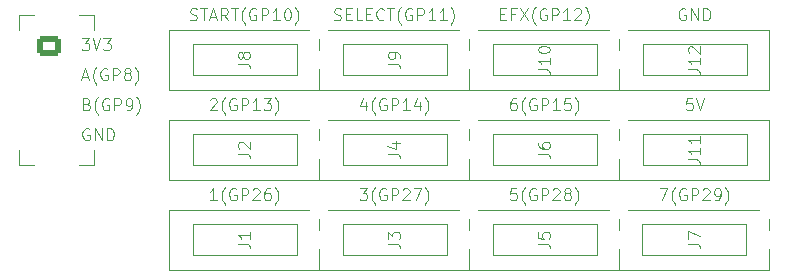
<source format=gto>
G04 #@! TF.GenerationSoftware,KiCad,Pcbnew,8.0.2*
G04 #@! TF.CreationDate,2024-06-05T08:55:07+09:00*
G04 #@! TF.ProjectId,rainbow2v5-rp2040,7261696e-626f-4773-9276-352d72703230,rev?*
G04 #@! TF.SameCoordinates,Original*
G04 #@! TF.FileFunction,Legend,Top*
G04 #@! TF.FilePolarity,Positive*
%FSLAX46Y46*%
G04 Gerber Fmt 4.6, Leading zero omitted, Abs format (unit mm)*
G04 Created by KiCad (PCBNEW 8.0.2) date 2024-06-05 08:55:07*
%MOMM*%
%LPD*%
G01*
G04 APERTURE LIST*
G04 Aperture macros list*
%AMRoundRect*
0 Rectangle with rounded corners*
0 $1 Rounding radius*
0 $2 $3 $4 $5 $6 $7 $8 $9 X,Y pos of 4 corners*
0 Add a 4 corners polygon primitive as box body*
4,1,4,$2,$3,$4,$5,$6,$7,$8,$9,$2,$3,0*
0 Add four circle primitives for the rounded corners*
1,1,$1+$1,$2,$3*
1,1,$1+$1,$4,$5*
1,1,$1+$1,$6,$7*
1,1,$1+$1,$8,$9*
0 Add four rect primitives between the rounded corners*
20,1,$1+$1,$2,$3,$4,$5,0*
20,1,$1+$1,$4,$5,$6,$7,0*
20,1,$1+$1,$6,$7,$8,$9,0*
20,1,$1+$1,$8,$9,$2,$3,0*%
G04 Aperture macros list end*
%ADD10C,0.100000*%
%ADD11C,4.700000*%
%ADD12C,7.500000*%
%ADD13O,3.000000X2.000000*%
%ADD14RoundRect,0.250000X-0.725000X0.600000X-0.725000X-0.600000X0.725000X-0.600000X0.725000X0.600000X0*%
%ADD15O,1.950000X1.700000*%
%ADD16R,1.600000X1.600000*%
%ADD17O,1.600000X1.600000*%
G04 APERTURE END LIST*
D10*
X63500000Y-44450000D02*
X63500000Y-45720000D01*
X88900000Y-45720000D02*
X101600000Y-45720000D01*
X101600000Y-50800000D01*
X88900000Y-50800000D01*
X88900000Y-45720000D01*
X69850000Y-44450000D02*
X69850000Y-45720000D01*
X114300000Y-45720000D02*
X127000000Y-45720000D01*
X127000000Y-50800000D01*
X114300000Y-50800000D01*
X114300000Y-45720000D01*
X88900000Y-60960000D02*
X101600000Y-60960000D01*
X101600000Y-66040000D01*
X88900000Y-66040000D01*
X88900000Y-60960000D01*
X64770000Y-44450000D02*
X63500000Y-44450000D01*
X63500000Y-57150000D02*
X64770000Y-57150000D01*
X101600000Y-53340000D02*
X114300000Y-53340000D01*
X114300000Y-58420000D01*
X101600000Y-58420000D01*
X101600000Y-53340000D01*
X69850000Y-57150000D02*
X69850000Y-55880000D01*
X76200000Y-60960000D02*
X88900000Y-60960000D01*
X88900000Y-66040000D01*
X76200000Y-66040000D01*
X76200000Y-60960000D01*
X114300000Y-60960000D02*
X127000000Y-60960000D01*
X127000000Y-66040000D01*
X114300000Y-66040000D01*
X114300000Y-60960000D01*
X68580000Y-57150000D02*
X69850000Y-57150000D01*
X76200000Y-53340000D02*
X88900000Y-53340000D01*
X88900000Y-58420000D01*
X76200000Y-58420000D01*
X76200000Y-53340000D01*
X68580000Y-44450000D02*
X69850000Y-44450000D01*
X76200000Y-45720000D02*
X88900000Y-45720000D01*
X88900000Y-50800000D01*
X76200000Y-50800000D01*
X76200000Y-45720000D01*
X101600000Y-60960000D02*
X114300000Y-60960000D01*
X114300000Y-66040000D01*
X101600000Y-66040000D01*
X101600000Y-60960000D01*
X114300000Y-53340000D02*
X127000000Y-53340000D01*
X127000000Y-58420000D01*
X114300000Y-58420000D01*
X114300000Y-53340000D01*
X88900000Y-53340000D02*
X101600000Y-53340000D01*
X101600000Y-58420000D01*
X88900000Y-58420000D01*
X88900000Y-53340000D01*
X63500000Y-55880000D02*
X63500000Y-57150000D01*
X101600000Y-45720000D02*
X114300000Y-45720000D01*
X114300000Y-50800000D01*
X101600000Y-50800000D01*
X101600000Y-45720000D01*
X92297619Y-59147419D02*
X92916666Y-59147419D01*
X92916666Y-59147419D02*
X92583333Y-59528371D01*
X92583333Y-59528371D02*
X92726190Y-59528371D01*
X92726190Y-59528371D02*
X92821428Y-59575990D01*
X92821428Y-59575990D02*
X92869047Y-59623609D01*
X92869047Y-59623609D02*
X92916666Y-59718847D01*
X92916666Y-59718847D02*
X92916666Y-59956942D01*
X92916666Y-59956942D02*
X92869047Y-60052180D01*
X92869047Y-60052180D02*
X92821428Y-60099800D01*
X92821428Y-60099800D02*
X92726190Y-60147419D01*
X92726190Y-60147419D02*
X92440476Y-60147419D01*
X92440476Y-60147419D02*
X92345238Y-60099800D01*
X92345238Y-60099800D02*
X92297619Y-60052180D01*
X93630952Y-60528371D02*
X93583333Y-60480752D01*
X93583333Y-60480752D02*
X93488095Y-60337895D01*
X93488095Y-60337895D02*
X93440476Y-60242657D01*
X93440476Y-60242657D02*
X93392857Y-60099800D01*
X93392857Y-60099800D02*
X93345238Y-59861704D01*
X93345238Y-59861704D02*
X93345238Y-59671228D01*
X93345238Y-59671228D02*
X93392857Y-59433133D01*
X93392857Y-59433133D02*
X93440476Y-59290276D01*
X93440476Y-59290276D02*
X93488095Y-59195038D01*
X93488095Y-59195038D02*
X93583333Y-59052180D01*
X93583333Y-59052180D02*
X93630952Y-59004561D01*
X94535714Y-59195038D02*
X94440476Y-59147419D01*
X94440476Y-59147419D02*
X94297619Y-59147419D01*
X94297619Y-59147419D02*
X94154762Y-59195038D01*
X94154762Y-59195038D02*
X94059524Y-59290276D01*
X94059524Y-59290276D02*
X94011905Y-59385514D01*
X94011905Y-59385514D02*
X93964286Y-59575990D01*
X93964286Y-59575990D02*
X93964286Y-59718847D01*
X93964286Y-59718847D02*
X94011905Y-59909323D01*
X94011905Y-59909323D02*
X94059524Y-60004561D01*
X94059524Y-60004561D02*
X94154762Y-60099800D01*
X94154762Y-60099800D02*
X94297619Y-60147419D01*
X94297619Y-60147419D02*
X94392857Y-60147419D01*
X94392857Y-60147419D02*
X94535714Y-60099800D01*
X94535714Y-60099800D02*
X94583333Y-60052180D01*
X94583333Y-60052180D02*
X94583333Y-59718847D01*
X94583333Y-59718847D02*
X94392857Y-59718847D01*
X95011905Y-60147419D02*
X95011905Y-59147419D01*
X95011905Y-59147419D02*
X95392857Y-59147419D01*
X95392857Y-59147419D02*
X95488095Y-59195038D01*
X95488095Y-59195038D02*
X95535714Y-59242657D01*
X95535714Y-59242657D02*
X95583333Y-59337895D01*
X95583333Y-59337895D02*
X95583333Y-59480752D01*
X95583333Y-59480752D02*
X95535714Y-59575990D01*
X95535714Y-59575990D02*
X95488095Y-59623609D01*
X95488095Y-59623609D02*
X95392857Y-59671228D01*
X95392857Y-59671228D02*
X95011905Y-59671228D01*
X95964286Y-59242657D02*
X96011905Y-59195038D01*
X96011905Y-59195038D02*
X96107143Y-59147419D01*
X96107143Y-59147419D02*
X96345238Y-59147419D01*
X96345238Y-59147419D02*
X96440476Y-59195038D01*
X96440476Y-59195038D02*
X96488095Y-59242657D01*
X96488095Y-59242657D02*
X96535714Y-59337895D01*
X96535714Y-59337895D02*
X96535714Y-59433133D01*
X96535714Y-59433133D02*
X96488095Y-59575990D01*
X96488095Y-59575990D02*
X95916667Y-60147419D01*
X95916667Y-60147419D02*
X96535714Y-60147419D01*
X96869048Y-59147419D02*
X97535714Y-59147419D01*
X97535714Y-59147419D02*
X97107143Y-60147419D01*
X97821429Y-60528371D02*
X97869048Y-60480752D01*
X97869048Y-60480752D02*
X97964286Y-60337895D01*
X97964286Y-60337895D02*
X98011905Y-60242657D01*
X98011905Y-60242657D02*
X98059524Y-60099800D01*
X98059524Y-60099800D02*
X98107143Y-59861704D01*
X98107143Y-59861704D02*
X98107143Y-59671228D01*
X98107143Y-59671228D02*
X98059524Y-59433133D01*
X98059524Y-59433133D02*
X98011905Y-59290276D01*
X98011905Y-59290276D02*
X97964286Y-59195038D01*
X97964286Y-59195038D02*
X97869048Y-59052180D01*
X97869048Y-59052180D02*
X97821429Y-59004561D01*
X92821428Y-51860752D02*
X92821428Y-52527419D01*
X92583333Y-51479800D02*
X92345238Y-52194085D01*
X92345238Y-52194085D02*
X92964285Y-52194085D01*
X93630952Y-52908371D02*
X93583333Y-52860752D01*
X93583333Y-52860752D02*
X93488095Y-52717895D01*
X93488095Y-52717895D02*
X93440476Y-52622657D01*
X93440476Y-52622657D02*
X93392857Y-52479800D01*
X93392857Y-52479800D02*
X93345238Y-52241704D01*
X93345238Y-52241704D02*
X93345238Y-52051228D01*
X93345238Y-52051228D02*
X93392857Y-51813133D01*
X93392857Y-51813133D02*
X93440476Y-51670276D01*
X93440476Y-51670276D02*
X93488095Y-51575038D01*
X93488095Y-51575038D02*
X93583333Y-51432180D01*
X93583333Y-51432180D02*
X93630952Y-51384561D01*
X94535714Y-51575038D02*
X94440476Y-51527419D01*
X94440476Y-51527419D02*
X94297619Y-51527419D01*
X94297619Y-51527419D02*
X94154762Y-51575038D01*
X94154762Y-51575038D02*
X94059524Y-51670276D01*
X94059524Y-51670276D02*
X94011905Y-51765514D01*
X94011905Y-51765514D02*
X93964286Y-51955990D01*
X93964286Y-51955990D02*
X93964286Y-52098847D01*
X93964286Y-52098847D02*
X94011905Y-52289323D01*
X94011905Y-52289323D02*
X94059524Y-52384561D01*
X94059524Y-52384561D02*
X94154762Y-52479800D01*
X94154762Y-52479800D02*
X94297619Y-52527419D01*
X94297619Y-52527419D02*
X94392857Y-52527419D01*
X94392857Y-52527419D02*
X94535714Y-52479800D01*
X94535714Y-52479800D02*
X94583333Y-52432180D01*
X94583333Y-52432180D02*
X94583333Y-52098847D01*
X94583333Y-52098847D02*
X94392857Y-52098847D01*
X95011905Y-52527419D02*
X95011905Y-51527419D01*
X95011905Y-51527419D02*
X95392857Y-51527419D01*
X95392857Y-51527419D02*
X95488095Y-51575038D01*
X95488095Y-51575038D02*
X95535714Y-51622657D01*
X95535714Y-51622657D02*
X95583333Y-51717895D01*
X95583333Y-51717895D02*
X95583333Y-51860752D01*
X95583333Y-51860752D02*
X95535714Y-51955990D01*
X95535714Y-51955990D02*
X95488095Y-52003609D01*
X95488095Y-52003609D02*
X95392857Y-52051228D01*
X95392857Y-52051228D02*
X95011905Y-52051228D01*
X96535714Y-52527419D02*
X95964286Y-52527419D01*
X96250000Y-52527419D02*
X96250000Y-51527419D01*
X96250000Y-51527419D02*
X96154762Y-51670276D01*
X96154762Y-51670276D02*
X96059524Y-51765514D01*
X96059524Y-51765514D02*
X95964286Y-51813133D01*
X97392857Y-51860752D02*
X97392857Y-52527419D01*
X97154762Y-51479800D02*
X96916667Y-52194085D01*
X96916667Y-52194085D02*
X97535714Y-52194085D01*
X97821429Y-52908371D02*
X97869048Y-52860752D01*
X97869048Y-52860752D02*
X97964286Y-52717895D01*
X97964286Y-52717895D02*
X98011905Y-52622657D01*
X98011905Y-52622657D02*
X98059524Y-52479800D01*
X98059524Y-52479800D02*
X98107143Y-52241704D01*
X98107143Y-52241704D02*
X98107143Y-52051228D01*
X98107143Y-52051228D02*
X98059524Y-51813133D01*
X98059524Y-51813133D02*
X98011905Y-51670276D01*
X98011905Y-51670276D02*
X97964286Y-51575038D01*
X97964286Y-51575038D02*
X97869048Y-51432180D01*
X97869048Y-51432180D02*
X97821429Y-51384561D01*
X119888095Y-43955038D02*
X119792857Y-43907419D01*
X119792857Y-43907419D02*
X119650000Y-43907419D01*
X119650000Y-43907419D02*
X119507143Y-43955038D01*
X119507143Y-43955038D02*
X119411905Y-44050276D01*
X119411905Y-44050276D02*
X119364286Y-44145514D01*
X119364286Y-44145514D02*
X119316667Y-44335990D01*
X119316667Y-44335990D02*
X119316667Y-44478847D01*
X119316667Y-44478847D02*
X119364286Y-44669323D01*
X119364286Y-44669323D02*
X119411905Y-44764561D01*
X119411905Y-44764561D02*
X119507143Y-44859800D01*
X119507143Y-44859800D02*
X119650000Y-44907419D01*
X119650000Y-44907419D02*
X119745238Y-44907419D01*
X119745238Y-44907419D02*
X119888095Y-44859800D01*
X119888095Y-44859800D02*
X119935714Y-44812180D01*
X119935714Y-44812180D02*
X119935714Y-44478847D01*
X119935714Y-44478847D02*
X119745238Y-44478847D01*
X120364286Y-44907419D02*
X120364286Y-43907419D01*
X120364286Y-43907419D02*
X120935714Y-44907419D01*
X120935714Y-44907419D02*
X120935714Y-43907419D01*
X121411905Y-44907419D02*
X121411905Y-43907419D01*
X121411905Y-43907419D02*
X121650000Y-43907419D01*
X121650000Y-43907419D02*
X121792857Y-43955038D01*
X121792857Y-43955038D02*
X121888095Y-44050276D01*
X121888095Y-44050276D02*
X121935714Y-44145514D01*
X121935714Y-44145514D02*
X121983333Y-44335990D01*
X121983333Y-44335990D02*
X121983333Y-44478847D01*
X121983333Y-44478847D02*
X121935714Y-44669323D01*
X121935714Y-44669323D02*
X121888095Y-44764561D01*
X121888095Y-44764561D02*
X121792857Y-44859800D01*
X121792857Y-44859800D02*
X121650000Y-44907419D01*
X121650000Y-44907419D02*
X121411905Y-44907419D01*
X117697619Y-59147419D02*
X118364285Y-59147419D01*
X118364285Y-59147419D02*
X117935714Y-60147419D01*
X119030952Y-60528371D02*
X118983333Y-60480752D01*
X118983333Y-60480752D02*
X118888095Y-60337895D01*
X118888095Y-60337895D02*
X118840476Y-60242657D01*
X118840476Y-60242657D02*
X118792857Y-60099800D01*
X118792857Y-60099800D02*
X118745238Y-59861704D01*
X118745238Y-59861704D02*
X118745238Y-59671228D01*
X118745238Y-59671228D02*
X118792857Y-59433133D01*
X118792857Y-59433133D02*
X118840476Y-59290276D01*
X118840476Y-59290276D02*
X118888095Y-59195038D01*
X118888095Y-59195038D02*
X118983333Y-59052180D01*
X118983333Y-59052180D02*
X119030952Y-59004561D01*
X119935714Y-59195038D02*
X119840476Y-59147419D01*
X119840476Y-59147419D02*
X119697619Y-59147419D01*
X119697619Y-59147419D02*
X119554762Y-59195038D01*
X119554762Y-59195038D02*
X119459524Y-59290276D01*
X119459524Y-59290276D02*
X119411905Y-59385514D01*
X119411905Y-59385514D02*
X119364286Y-59575990D01*
X119364286Y-59575990D02*
X119364286Y-59718847D01*
X119364286Y-59718847D02*
X119411905Y-59909323D01*
X119411905Y-59909323D02*
X119459524Y-60004561D01*
X119459524Y-60004561D02*
X119554762Y-60099800D01*
X119554762Y-60099800D02*
X119697619Y-60147419D01*
X119697619Y-60147419D02*
X119792857Y-60147419D01*
X119792857Y-60147419D02*
X119935714Y-60099800D01*
X119935714Y-60099800D02*
X119983333Y-60052180D01*
X119983333Y-60052180D02*
X119983333Y-59718847D01*
X119983333Y-59718847D02*
X119792857Y-59718847D01*
X120411905Y-60147419D02*
X120411905Y-59147419D01*
X120411905Y-59147419D02*
X120792857Y-59147419D01*
X120792857Y-59147419D02*
X120888095Y-59195038D01*
X120888095Y-59195038D02*
X120935714Y-59242657D01*
X120935714Y-59242657D02*
X120983333Y-59337895D01*
X120983333Y-59337895D02*
X120983333Y-59480752D01*
X120983333Y-59480752D02*
X120935714Y-59575990D01*
X120935714Y-59575990D02*
X120888095Y-59623609D01*
X120888095Y-59623609D02*
X120792857Y-59671228D01*
X120792857Y-59671228D02*
X120411905Y-59671228D01*
X121364286Y-59242657D02*
X121411905Y-59195038D01*
X121411905Y-59195038D02*
X121507143Y-59147419D01*
X121507143Y-59147419D02*
X121745238Y-59147419D01*
X121745238Y-59147419D02*
X121840476Y-59195038D01*
X121840476Y-59195038D02*
X121888095Y-59242657D01*
X121888095Y-59242657D02*
X121935714Y-59337895D01*
X121935714Y-59337895D02*
X121935714Y-59433133D01*
X121935714Y-59433133D02*
X121888095Y-59575990D01*
X121888095Y-59575990D02*
X121316667Y-60147419D01*
X121316667Y-60147419D02*
X121935714Y-60147419D01*
X122411905Y-60147419D02*
X122602381Y-60147419D01*
X122602381Y-60147419D02*
X122697619Y-60099800D01*
X122697619Y-60099800D02*
X122745238Y-60052180D01*
X122745238Y-60052180D02*
X122840476Y-59909323D01*
X122840476Y-59909323D02*
X122888095Y-59718847D01*
X122888095Y-59718847D02*
X122888095Y-59337895D01*
X122888095Y-59337895D02*
X122840476Y-59242657D01*
X122840476Y-59242657D02*
X122792857Y-59195038D01*
X122792857Y-59195038D02*
X122697619Y-59147419D01*
X122697619Y-59147419D02*
X122507143Y-59147419D01*
X122507143Y-59147419D02*
X122411905Y-59195038D01*
X122411905Y-59195038D02*
X122364286Y-59242657D01*
X122364286Y-59242657D02*
X122316667Y-59337895D01*
X122316667Y-59337895D02*
X122316667Y-59575990D01*
X122316667Y-59575990D02*
X122364286Y-59671228D01*
X122364286Y-59671228D02*
X122411905Y-59718847D01*
X122411905Y-59718847D02*
X122507143Y-59766466D01*
X122507143Y-59766466D02*
X122697619Y-59766466D01*
X122697619Y-59766466D02*
X122792857Y-59718847D01*
X122792857Y-59718847D02*
X122840476Y-59671228D01*
X122840476Y-59671228D02*
X122888095Y-59575990D01*
X123221429Y-60528371D02*
X123269048Y-60480752D01*
X123269048Y-60480752D02*
X123364286Y-60337895D01*
X123364286Y-60337895D02*
X123411905Y-60242657D01*
X123411905Y-60242657D02*
X123459524Y-60099800D01*
X123459524Y-60099800D02*
X123507143Y-59861704D01*
X123507143Y-59861704D02*
X123507143Y-59671228D01*
X123507143Y-59671228D02*
X123459524Y-59433133D01*
X123459524Y-59433133D02*
X123411905Y-59290276D01*
X123411905Y-59290276D02*
X123364286Y-59195038D01*
X123364286Y-59195038D02*
X123269048Y-59052180D01*
X123269048Y-59052180D02*
X123221429Y-59004561D01*
X105521428Y-51527419D02*
X105330952Y-51527419D01*
X105330952Y-51527419D02*
X105235714Y-51575038D01*
X105235714Y-51575038D02*
X105188095Y-51622657D01*
X105188095Y-51622657D02*
X105092857Y-51765514D01*
X105092857Y-51765514D02*
X105045238Y-51955990D01*
X105045238Y-51955990D02*
X105045238Y-52336942D01*
X105045238Y-52336942D02*
X105092857Y-52432180D01*
X105092857Y-52432180D02*
X105140476Y-52479800D01*
X105140476Y-52479800D02*
X105235714Y-52527419D01*
X105235714Y-52527419D02*
X105426190Y-52527419D01*
X105426190Y-52527419D02*
X105521428Y-52479800D01*
X105521428Y-52479800D02*
X105569047Y-52432180D01*
X105569047Y-52432180D02*
X105616666Y-52336942D01*
X105616666Y-52336942D02*
X105616666Y-52098847D01*
X105616666Y-52098847D02*
X105569047Y-52003609D01*
X105569047Y-52003609D02*
X105521428Y-51955990D01*
X105521428Y-51955990D02*
X105426190Y-51908371D01*
X105426190Y-51908371D02*
X105235714Y-51908371D01*
X105235714Y-51908371D02*
X105140476Y-51955990D01*
X105140476Y-51955990D02*
X105092857Y-52003609D01*
X105092857Y-52003609D02*
X105045238Y-52098847D01*
X106330952Y-52908371D02*
X106283333Y-52860752D01*
X106283333Y-52860752D02*
X106188095Y-52717895D01*
X106188095Y-52717895D02*
X106140476Y-52622657D01*
X106140476Y-52622657D02*
X106092857Y-52479800D01*
X106092857Y-52479800D02*
X106045238Y-52241704D01*
X106045238Y-52241704D02*
X106045238Y-52051228D01*
X106045238Y-52051228D02*
X106092857Y-51813133D01*
X106092857Y-51813133D02*
X106140476Y-51670276D01*
X106140476Y-51670276D02*
X106188095Y-51575038D01*
X106188095Y-51575038D02*
X106283333Y-51432180D01*
X106283333Y-51432180D02*
X106330952Y-51384561D01*
X107235714Y-51575038D02*
X107140476Y-51527419D01*
X107140476Y-51527419D02*
X106997619Y-51527419D01*
X106997619Y-51527419D02*
X106854762Y-51575038D01*
X106854762Y-51575038D02*
X106759524Y-51670276D01*
X106759524Y-51670276D02*
X106711905Y-51765514D01*
X106711905Y-51765514D02*
X106664286Y-51955990D01*
X106664286Y-51955990D02*
X106664286Y-52098847D01*
X106664286Y-52098847D02*
X106711905Y-52289323D01*
X106711905Y-52289323D02*
X106759524Y-52384561D01*
X106759524Y-52384561D02*
X106854762Y-52479800D01*
X106854762Y-52479800D02*
X106997619Y-52527419D01*
X106997619Y-52527419D02*
X107092857Y-52527419D01*
X107092857Y-52527419D02*
X107235714Y-52479800D01*
X107235714Y-52479800D02*
X107283333Y-52432180D01*
X107283333Y-52432180D02*
X107283333Y-52098847D01*
X107283333Y-52098847D02*
X107092857Y-52098847D01*
X107711905Y-52527419D02*
X107711905Y-51527419D01*
X107711905Y-51527419D02*
X108092857Y-51527419D01*
X108092857Y-51527419D02*
X108188095Y-51575038D01*
X108188095Y-51575038D02*
X108235714Y-51622657D01*
X108235714Y-51622657D02*
X108283333Y-51717895D01*
X108283333Y-51717895D02*
X108283333Y-51860752D01*
X108283333Y-51860752D02*
X108235714Y-51955990D01*
X108235714Y-51955990D02*
X108188095Y-52003609D01*
X108188095Y-52003609D02*
X108092857Y-52051228D01*
X108092857Y-52051228D02*
X107711905Y-52051228D01*
X109235714Y-52527419D02*
X108664286Y-52527419D01*
X108950000Y-52527419D02*
X108950000Y-51527419D01*
X108950000Y-51527419D02*
X108854762Y-51670276D01*
X108854762Y-51670276D02*
X108759524Y-51765514D01*
X108759524Y-51765514D02*
X108664286Y-51813133D01*
X110140476Y-51527419D02*
X109664286Y-51527419D01*
X109664286Y-51527419D02*
X109616667Y-52003609D01*
X109616667Y-52003609D02*
X109664286Y-51955990D01*
X109664286Y-51955990D02*
X109759524Y-51908371D01*
X109759524Y-51908371D02*
X109997619Y-51908371D01*
X109997619Y-51908371D02*
X110092857Y-51955990D01*
X110092857Y-51955990D02*
X110140476Y-52003609D01*
X110140476Y-52003609D02*
X110188095Y-52098847D01*
X110188095Y-52098847D02*
X110188095Y-52336942D01*
X110188095Y-52336942D02*
X110140476Y-52432180D01*
X110140476Y-52432180D02*
X110092857Y-52479800D01*
X110092857Y-52479800D02*
X109997619Y-52527419D01*
X109997619Y-52527419D02*
X109759524Y-52527419D01*
X109759524Y-52527419D02*
X109664286Y-52479800D01*
X109664286Y-52479800D02*
X109616667Y-52432180D01*
X110521429Y-52908371D02*
X110569048Y-52860752D01*
X110569048Y-52860752D02*
X110664286Y-52717895D01*
X110664286Y-52717895D02*
X110711905Y-52622657D01*
X110711905Y-52622657D02*
X110759524Y-52479800D01*
X110759524Y-52479800D02*
X110807143Y-52241704D01*
X110807143Y-52241704D02*
X110807143Y-52051228D01*
X110807143Y-52051228D02*
X110759524Y-51813133D01*
X110759524Y-51813133D02*
X110711905Y-51670276D01*
X110711905Y-51670276D02*
X110664286Y-51575038D01*
X110664286Y-51575038D02*
X110569048Y-51432180D01*
X110569048Y-51432180D02*
X110521429Y-51384561D01*
X79645238Y-51622657D02*
X79692857Y-51575038D01*
X79692857Y-51575038D02*
X79788095Y-51527419D01*
X79788095Y-51527419D02*
X80026190Y-51527419D01*
X80026190Y-51527419D02*
X80121428Y-51575038D01*
X80121428Y-51575038D02*
X80169047Y-51622657D01*
X80169047Y-51622657D02*
X80216666Y-51717895D01*
X80216666Y-51717895D02*
X80216666Y-51813133D01*
X80216666Y-51813133D02*
X80169047Y-51955990D01*
X80169047Y-51955990D02*
X79597619Y-52527419D01*
X79597619Y-52527419D02*
X80216666Y-52527419D01*
X80930952Y-52908371D02*
X80883333Y-52860752D01*
X80883333Y-52860752D02*
X80788095Y-52717895D01*
X80788095Y-52717895D02*
X80740476Y-52622657D01*
X80740476Y-52622657D02*
X80692857Y-52479800D01*
X80692857Y-52479800D02*
X80645238Y-52241704D01*
X80645238Y-52241704D02*
X80645238Y-52051228D01*
X80645238Y-52051228D02*
X80692857Y-51813133D01*
X80692857Y-51813133D02*
X80740476Y-51670276D01*
X80740476Y-51670276D02*
X80788095Y-51575038D01*
X80788095Y-51575038D02*
X80883333Y-51432180D01*
X80883333Y-51432180D02*
X80930952Y-51384561D01*
X81835714Y-51575038D02*
X81740476Y-51527419D01*
X81740476Y-51527419D02*
X81597619Y-51527419D01*
X81597619Y-51527419D02*
X81454762Y-51575038D01*
X81454762Y-51575038D02*
X81359524Y-51670276D01*
X81359524Y-51670276D02*
X81311905Y-51765514D01*
X81311905Y-51765514D02*
X81264286Y-51955990D01*
X81264286Y-51955990D02*
X81264286Y-52098847D01*
X81264286Y-52098847D02*
X81311905Y-52289323D01*
X81311905Y-52289323D02*
X81359524Y-52384561D01*
X81359524Y-52384561D02*
X81454762Y-52479800D01*
X81454762Y-52479800D02*
X81597619Y-52527419D01*
X81597619Y-52527419D02*
X81692857Y-52527419D01*
X81692857Y-52527419D02*
X81835714Y-52479800D01*
X81835714Y-52479800D02*
X81883333Y-52432180D01*
X81883333Y-52432180D02*
X81883333Y-52098847D01*
X81883333Y-52098847D02*
X81692857Y-52098847D01*
X82311905Y-52527419D02*
X82311905Y-51527419D01*
X82311905Y-51527419D02*
X82692857Y-51527419D01*
X82692857Y-51527419D02*
X82788095Y-51575038D01*
X82788095Y-51575038D02*
X82835714Y-51622657D01*
X82835714Y-51622657D02*
X82883333Y-51717895D01*
X82883333Y-51717895D02*
X82883333Y-51860752D01*
X82883333Y-51860752D02*
X82835714Y-51955990D01*
X82835714Y-51955990D02*
X82788095Y-52003609D01*
X82788095Y-52003609D02*
X82692857Y-52051228D01*
X82692857Y-52051228D02*
X82311905Y-52051228D01*
X83835714Y-52527419D02*
X83264286Y-52527419D01*
X83550000Y-52527419D02*
X83550000Y-51527419D01*
X83550000Y-51527419D02*
X83454762Y-51670276D01*
X83454762Y-51670276D02*
X83359524Y-51765514D01*
X83359524Y-51765514D02*
X83264286Y-51813133D01*
X84169048Y-51527419D02*
X84788095Y-51527419D01*
X84788095Y-51527419D02*
X84454762Y-51908371D01*
X84454762Y-51908371D02*
X84597619Y-51908371D01*
X84597619Y-51908371D02*
X84692857Y-51955990D01*
X84692857Y-51955990D02*
X84740476Y-52003609D01*
X84740476Y-52003609D02*
X84788095Y-52098847D01*
X84788095Y-52098847D02*
X84788095Y-52336942D01*
X84788095Y-52336942D02*
X84740476Y-52432180D01*
X84740476Y-52432180D02*
X84692857Y-52479800D01*
X84692857Y-52479800D02*
X84597619Y-52527419D01*
X84597619Y-52527419D02*
X84311905Y-52527419D01*
X84311905Y-52527419D02*
X84216667Y-52479800D01*
X84216667Y-52479800D02*
X84169048Y-52432180D01*
X85121429Y-52908371D02*
X85169048Y-52860752D01*
X85169048Y-52860752D02*
X85264286Y-52717895D01*
X85264286Y-52717895D02*
X85311905Y-52622657D01*
X85311905Y-52622657D02*
X85359524Y-52479800D01*
X85359524Y-52479800D02*
X85407143Y-52241704D01*
X85407143Y-52241704D02*
X85407143Y-52051228D01*
X85407143Y-52051228D02*
X85359524Y-51813133D01*
X85359524Y-51813133D02*
X85311905Y-51670276D01*
X85311905Y-51670276D02*
X85264286Y-51575038D01*
X85264286Y-51575038D02*
X85169048Y-51432180D01*
X85169048Y-51432180D02*
X85121429Y-51384561D01*
X69217217Y-52003609D02*
X69360074Y-52051228D01*
X69360074Y-52051228D02*
X69407693Y-52098847D01*
X69407693Y-52098847D02*
X69455312Y-52194085D01*
X69455312Y-52194085D02*
X69455312Y-52336942D01*
X69455312Y-52336942D02*
X69407693Y-52432180D01*
X69407693Y-52432180D02*
X69360074Y-52479800D01*
X69360074Y-52479800D02*
X69264836Y-52527419D01*
X69264836Y-52527419D02*
X68883884Y-52527419D01*
X68883884Y-52527419D02*
X68883884Y-51527419D01*
X68883884Y-51527419D02*
X69217217Y-51527419D01*
X69217217Y-51527419D02*
X69312455Y-51575038D01*
X69312455Y-51575038D02*
X69360074Y-51622657D01*
X69360074Y-51622657D02*
X69407693Y-51717895D01*
X69407693Y-51717895D02*
X69407693Y-51813133D01*
X69407693Y-51813133D02*
X69360074Y-51908371D01*
X69360074Y-51908371D02*
X69312455Y-51955990D01*
X69312455Y-51955990D02*
X69217217Y-52003609D01*
X69217217Y-52003609D02*
X68883884Y-52003609D01*
X70169598Y-52908371D02*
X70121979Y-52860752D01*
X70121979Y-52860752D02*
X70026741Y-52717895D01*
X70026741Y-52717895D02*
X69979122Y-52622657D01*
X69979122Y-52622657D02*
X69931503Y-52479800D01*
X69931503Y-52479800D02*
X69883884Y-52241704D01*
X69883884Y-52241704D02*
X69883884Y-52051228D01*
X69883884Y-52051228D02*
X69931503Y-51813133D01*
X69931503Y-51813133D02*
X69979122Y-51670276D01*
X69979122Y-51670276D02*
X70026741Y-51575038D01*
X70026741Y-51575038D02*
X70121979Y-51432180D01*
X70121979Y-51432180D02*
X70169598Y-51384561D01*
X71074360Y-51575038D02*
X70979122Y-51527419D01*
X70979122Y-51527419D02*
X70836265Y-51527419D01*
X70836265Y-51527419D02*
X70693408Y-51575038D01*
X70693408Y-51575038D02*
X70598170Y-51670276D01*
X70598170Y-51670276D02*
X70550551Y-51765514D01*
X70550551Y-51765514D02*
X70502932Y-51955990D01*
X70502932Y-51955990D02*
X70502932Y-52098847D01*
X70502932Y-52098847D02*
X70550551Y-52289323D01*
X70550551Y-52289323D02*
X70598170Y-52384561D01*
X70598170Y-52384561D02*
X70693408Y-52479800D01*
X70693408Y-52479800D02*
X70836265Y-52527419D01*
X70836265Y-52527419D02*
X70931503Y-52527419D01*
X70931503Y-52527419D02*
X71074360Y-52479800D01*
X71074360Y-52479800D02*
X71121979Y-52432180D01*
X71121979Y-52432180D02*
X71121979Y-52098847D01*
X71121979Y-52098847D02*
X70931503Y-52098847D01*
X71550551Y-52527419D02*
X71550551Y-51527419D01*
X71550551Y-51527419D02*
X71931503Y-51527419D01*
X71931503Y-51527419D02*
X72026741Y-51575038D01*
X72026741Y-51575038D02*
X72074360Y-51622657D01*
X72074360Y-51622657D02*
X72121979Y-51717895D01*
X72121979Y-51717895D02*
X72121979Y-51860752D01*
X72121979Y-51860752D02*
X72074360Y-51955990D01*
X72074360Y-51955990D02*
X72026741Y-52003609D01*
X72026741Y-52003609D02*
X71931503Y-52051228D01*
X71931503Y-52051228D02*
X71550551Y-52051228D01*
X72598170Y-52527419D02*
X72788646Y-52527419D01*
X72788646Y-52527419D02*
X72883884Y-52479800D01*
X72883884Y-52479800D02*
X72931503Y-52432180D01*
X72931503Y-52432180D02*
X73026741Y-52289323D01*
X73026741Y-52289323D02*
X73074360Y-52098847D01*
X73074360Y-52098847D02*
X73074360Y-51717895D01*
X73074360Y-51717895D02*
X73026741Y-51622657D01*
X73026741Y-51622657D02*
X72979122Y-51575038D01*
X72979122Y-51575038D02*
X72883884Y-51527419D01*
X72883884Y-51527419D02*
X72693408Y-51527419D01*
X72693408Y-51527419D02*
X72598170Y-51575038D01*
X72598170Y-51575038D02*
X72550551Y-51622657D01*
X72550551Y-51622657D02*
X72502932Y-51717895D01*
X72502932Y-51717895D02*
X72502932Y-51955990D01*
X72502932Y-51955990D02*
X72550551Y-52051228D01*
X72550551Y-52051228D02*
X72598170Y-52098847D01*
X72598170Y-52098847D02*
X72693408Y-52146466D01*
X72693408Y-52146466D02*
X72883884Y-52146466D01*
X72883884Y-52146466D02*
X72979122Y-52098847D01*
X72979122Y-52098847D02*
X73026741Y-52051228D01*
X73026741Y-52051228D02*
X73074360Y-51955990D01*
X73407694Y-52908371D02*
X73455313Y-52860752D01*
X73455313Y-52860752D02*
X73550551Y-52717895D01*
X73550551Y-52717895D02*
X73598170Y-52622657D01*
X73598170Y-52622657D02*
X73645789Y-52479800D01*
X73645789Y-52479800D02*
X73693408Y-52241704D01*
X73693408Y-52241704D02*
X73693408Y-52051228D01*
X73693408Y-52051228D02*
X73645789Y-51813133D01*
X73645789Y-51813133D02*
X73598170Y-51670276D01*
X73598170Y-51670276D02*
X73550551Y-51575038D01*
X73550551Y-51575038D02*
X73455313Y-51432180D01*
X73455313Y-51432180D02*
X73407694Y-51384561D01*
X105569047Y-59147419D02*
X105092857Y-59147419D01*
X105092857Y-59147419D02*
X105045238Y-59623609D01*
X105045238Y-59623609D02*
X105092857Y-59575990D01*
X105092857Y-59575990D02*
X105188095Y-59528371D01*
X105188095Y-59528371D02*
X105426190Y-59528371D01*
X105426190Y-59528371D02*
X105521428Y-59575990D01*
X105521428Y-59575990D02*
X105569047Y-59623609D01*
X105569047Y-59623609D02*
X105616666Y-59718847D01*
X105616666Y-59718847D02*
X105616666Y-59956942D01*
X105616666Y-59956942D02*
X105569047Y-60052180D01*
X105569047Y-60052180D02*
X105521428Y-60099800D01*
X105521428Y-60099800D02*
X105426190Y-60147419D01*
X105426190Y-60147419D02*
X105188095Y-60147419D01*
X105188095Y-60147419D02*
X105092857Y-60099800D01*
X105092857Y-60099800D02*
X105045238Y-60052180D01*
X106330952Y-60528371D02*
X106283333Y-60480752D01*
X106283333Y-60480752D02*
X106188095Y-60337895D01*
X106188095Y-60337895D02*
X106140476Y-60242657D01*
X106140476Y-60242657D02*
X106092857Y-60099800D01*
X106092857Y-60099800D02*
X106045238Y-59861704D01*
X106045238Y-59861704D02*
X106045238Y-59671228D01*
X106045238Y-59671228D02*
X106092857Y-59433133D01*
X106092857Y-59433133D02*
X106140476Y-59290276D01*
X106140476Y-59290276D02*
X106188095Y-59195038D01*
X106188095Y-59195038D02*
X106283333Y-59052180D01*
X106283333Y-59052180D02*
X106330952Y-59004561D01*
X107235714Y-59195038D02*
X107140476Y-59147419D01*
X107140476Y-59147419D02*
X106997619Y-59147419D01*
X106997619Y-59147419D02*
X106854762Y-59195038D01*
X106854762Y-59195038D02*
X106759524Y-59290276D01*
X106759524Y-59290276D02*
X106711905Y-59385514D01*
X106711905Y-59385514D02*
X106664286Y-59575990D01*
X106664286Y-59575990D02*
X106664286Y-59718847D01*
X106664286Y-59718847D02*
X106711905Y-59909323D01*
X106711905Y-59909323D02*
X106759524Y-60004561D01*
X106759524Y-60004561D02*
X106854762Y-60099800D01*
X106854762Y-60099800D02*
X106997619Y-60147419D01*
X106997619Y-60147419D02*
X107092857Y-60147419D01*
X107092857Y-60147419D02*
X107235714Y-60099800D01*
X107235714Y-60099800D02*
X107283333Y-60052180D01*
X107283333Y-60052180D02*
X107283333Y-59718847D01*
X107283333Y-59718847D02*
X107092857Y-59718847D01*
X107711905Y-60147419D02*
X107711905Y-59147419D01*
X107711905Y-59147419D02*
X108092857Y-59147419D01*
X108092857Y-59147419D02*
X108188095Y-59195038D01*
X108188095Y-59195038D02*
X108235714Y-59242657D01*
X108235714Y-59242657D02*
X108283333Y-59337895D01*
X108283333Y-59337895D02*
X108283333Y-59480752D01*
X108283333Y-59480752D02*
X108235714Y-59575990D01*
X108235714Y-59575990D02*
X108188095Y-59623609D01*
X108188095Y-59623609D02*
X108092857Y-59671228D01*
X108092857Y-59671228D02*
X107711905Y-59671228D01*
X108664286Y-59242657D02*
X108711905Y-59195038D01*
X108711905Y-59195038D02*
X108807143Y-59147419D01*
X108807143Y-59147419D02*
X109045238Y-59147419D01*
X109045238Y-59147419D02*
X109140476Y-59195038D01*
X109140476Y-59195038D02*
X109188095Y-59242657D01*
X109188095Y-59242657D02*
X109235714Y-59337895D01*
X109235714Y-59337895D02*
X109235714Y-59433133D01*
X109235714Y-59433133D02*
X109188095Y-59575990D01*
X109188095Y-59575990D02*
X108616667Y-60147419D01*
X108616667Y-60147419D02*
X109235714Y-60147419D01*
X109807143Y-59575990D02*
X109711905Y-59528371D01*
X109711905Y-59528371D02*
X109664286Y-59480752D01*
X109664286Y-59480752D02*
X109616667Y-59385514D01*
X109616667Y-59385514D02*
X109616667Y-59337895D01*
X109616667Y-59337895D02*
X109664286Y-59242657D01*
X109664286Y-59242657D02*
X109711905Y-59195038D01*
X109711905Y-59195038D02*
X109807143Y-59147419D01*
X109807143Y-59147419D02*
X109997619Y-59147419D01*
X109997619Y-59147419D02*
X110092857Y-59195038D01*
X110092857Y-59195038D02*
X110140476Y-59242657D01*
X110140476Y-59242657D02*
X110188095Y-59337895D01*
X110188095Y-59337895D02*
X110188095Y-59385514D01*
X110188095Y-59385514D02*
X110140476Y-59480752D01*
X110140476Y-59480752D02*
X110092857Y-59528371D01*
X110092857Y-59528371D02*
X109997619Y-59575990D01*
X109997619Y-59575990D02*
X109807143Y-59575990D01*
X109807143Y-59575990D02*
X109711905Y-59623609D01*
X109711905Y-59623609D02*
X109664286Y-59671228D01*
X109664286Y-59671228D02*
X109616667Y-59766466D01*
X109616667Y-59766466D02*
X109616667Y-59956942D01*
X109616667Y-59956942D02*
X109664286Y-60052180D01*
X109664286Y-60052180D02*
X109711905Y-60099800D01*
X109711905Y-60099800D02*
X109807143Y-60147419D01*
X109807143Y-60147419D02*
X109997619Y-60147419D01*
X109997619Y-60147419D02*
X110092857Y-60099800D01*
X110092857Y-60099800D02*
X110140476Y-60052180D01*
X110140476Y-60052180D02*
X110188095Y-59956942D01*
X110188095Y-59956942D02*
X110188095Y-59766466D01*
X110188095Y-59766466D02*
X110140476Y-59671228D01*
X110140476Y-59671228D02*
X110092857Y-59623609D01*
X110092857Y-59623609D02*
X109997619Y-59575990D01*
X110521429Y-60528371D02*
X110569048Y-60480752D01*
X110569048Y-60480752D02*
X110664286Y-60337895D01*
X110664286Y-60337895D02*
X110711905Y-60242657D01*
X110711905Y-60242657D02*
X110759524Y-60099800D01*
X110759524Y-60099800D02*
X110807143Y-59861704D01*
X110807143Y-59861704D02*
X110807143Y-59671228D01*
X110807143Y-59671228D02*
X110759524Y-59433133D01*
X110759524Y-59433133D02*
X110711905Y-59290276D01*
X110711905Y-59290276D02*
X110664286Y-59195038D01*
X110664286Y-59195038D02*
X110569048Y-59052180D01*
X110569048Y-59052180D02*
X110521429Y-59004561D01*
X80216666Y-60147419D02*
X79645238Y-60147419D01*
X79930952Y-60147419D02*
X79930952Y-59147419D01*
X79930952Y-59147419D02*
X79835714Y-59290276D01*
X79835714Y-59290276D02*
X79740476Y-59385514D01*
X79740476Y-59385514D02*
X79645238Y-59433133D01*
X80930952Y-60528371D02*
X80883333Y-60480752D01*
X80883333Y-60480752D02*
X80788095Y-60337895D01*
X80788095Y-60337895D02*
X80740476Y-60242657D01*
X80740476Y-60242657D02*
X80692857Y-60099800D01*
X80692857Y-60099800D02*
X80645238Y-59861704D01*
X80645238Y-59861704D02*
X80645238Y-59671228D01*
X80645238Y-59671228D02*
X80692857Y-59433133D01*
X80692857Y-59433133D02*
X80740476Y-59290276D01*
X80740476Y-59290276D02*
X80788095Y-59195038D01*
X80788095Y-59195038D02*
X80883333Y-59052180D01*
X80883333Y-59052180D02*
X80930952Y-59004561D01*
X81835714Y-59195038D02*
X81740476Y-59147419D01*
X81740476Y-59147419D02*
X81597619Y-59147419D01*
X81597619Y-59147419D02*
X81454762Y-59195038D01*
X81454762Y-59195038D02*
X81359524Y-59290276D01*
X81359524Y-59290276D02*
X81311905Y-59385514D01*
X81311905Y-59385514D02*
X81264286Y-59575990D01*
X81264286Y-59575990D02*
X81264286Y-59718847D01*
X81264286Y-59718847D02*
X81311905Y-59909323D01*
X81311905Y-59909323D02*
X81359524Y-60004561D01*
X81359524Y-60004561D02*
X81454762Y-60099800D01*
X81454762Y-60099800D02*
X81597619Y-60147419D01*
X81597619Y-60147419D02*
X81692857Y-60147419D01*
X81692857Y-60147419D02*
X81835714Y-60099800D01*
X81835714Y-60099800D02*
X81883333Y-60052180D01*
X81883333Y-60052180D02*
X81883333Y-59718847D01*
X81883333Y-59718847D02*
X81692857Y-59718847D01*
X82311905Y-60147419D02*
X82311905Y-59147419D01*
X82311905Y-59147419D02*
X82692857Y-59147419D01*
X82692857Y-59147419D02*
X82788095Y-59195038D01*
X82788095Y-59195038D02*
X82835714Y-59242657D01*
X82835714Y-59242657D02*
X82883333Y-59337895D01*
X82883333Y-59337895D02*
X82883333Y-59480752D01*
X82883333Y-59480752D02*
X82835714Y-59575990D01*
X82835714Y-59575990D02*
X82788095Y-59623609D01*
X82788095Y-59623609D02*
X82692857Y-59671228D01*
X82692857Y-59671228D02*
X82311905Y-59671228D01*
X83264286Y-59242657D02*
X83311905Y-59195038D01*
X83311905Y-59195038D02*
X83407143Y-59147419D01*
X83407143Y-59147419D02*
X83645238Y-59147419D01*
X83645238Y-59147419D02*
X83740476Y-59195038D01*
X83740476Y-59195038D02*
X83788095Y-59242657D01*
X83788095Y-59242657D02*
X83835714Y-59337895D01*
X83835714Y-59337895D02*
X83835714Y-59433133D01*
X83835714Y-59433133D02*
X83788095Y-59575990D01*
X83788095Y-59575990D02*
X83216667Y-60147419D01*
X83216667Y-60147419D02*
X83835714Y-60147419D01*
X84692857Y-59147419D02*
X84502381Y-59147419D01*
X84502381Y-59147419D02*
X84407143Y-59195038D01*
X84407143Y-59195038D02*
X84359524Y-59242657D01*
X84359524Y-59242657D02*
X84264286Y-59385514D01*
X84264286Y-59385514D02*
X84216667Y-59575990D01*
X84216667Y-59575990D02*
X84216667Y-59956942D01*
X84216667Y-59956942D02*
X84264286Y-60052180D01*
X84264286Y-60052180D02*
X84311905Y-60099800D01*
X84311905Y-60099800D02*
X84407143Y-60147419D01*
X84407143Y-60147419D02*
X84597619Y-60147419D01*
X84597619Y-60147419D02*
X84692857Y-60099800D01*
X84692857Y-60099800D02*
X84740476Y-60052180D01*
X84740476Y-60052180D02*
X84788095Y-59956942D01*
X84788095Y-59956942D02*
X84788095Y-59718847D01*
X84788095Y-59718847D02*
X84740476Y-59623609D01*
X84740476Y-59623609D02*
X84692857Y-59575990D01*
X84692857Y-59575990D02*
X84597619Y-59528371D01*
X84597619Y-59528371D02*
X84407143Y-59528371D01*
X84407143Y-59528371D02*
X84311905Y-59575990D01*
X84311905Y-59575990D02*
X84264286Y-59623609D01*
X84264286Y-59623609D02*
X84216667Y-59718847D01*
X85121429Y-60528371D02*
X85169048Y-60480752D01*
X85169048Y-60480752D02*
X85264286Y-60337895D01*
X85264286Y-60337895D02*
X85311905Y-60242657D01*
X85311905Y-60242657D02*
X85359524Y-60099800D01*
X85359524Y-60099800D02*
X85407143Y-59861704D01*
X85407143Y-59861704D02*
X85407143Y-59671228D01*
X85407143Y-59671228D02*
X85359524Y-59433133D01*
X85359524Y-59433133D02*
X85311905Y-59290276D01*
X85311905Y-59290276D02*
X85264286Y-59195038D01*
X85264286Y-59195038D02*
X85169048Y-59052180D01*
X85169048Y-59052180D02*
X85121429Y-59004561D01*
X69407693Y-54115038D02*
X69312455Y-54067419D01*
X69312455Y-54067419D02*
X69169598Y-54067419D01*
X69169598Y-54067419D02*
X69026741Y-54115038D01*
X69026741Y-54115038D02*
X68931503Y-54210276D01*
X68931503Y-54210276D02*
X68883884Y-54305514D01*
X68883884Y-54305514D02*
X68836265Y-54495990D01*
X68836265Y-54495990D02*
X68836265Y-54638847D01*
X68836265Y-54638847D02*
X68883884Y-54829323D01*
X68883884Y-54829323D02*
X68931503Y-54924561D01*
X68931503Y-54924561D02*
X69026741Y-55019800D01*
X69026741Y-55019800D02*
X69169598Y-55067419D01*
X69169598Y-55067419D02*
X69264836Y-55067419D01*
X69264836Y-55067419D02*
X69407693Y-55019800D01*
X69407693Y-55019800D02*
X69455312Y-54972180D01*
X69455312Y-54972180D02*
X69455312Y-54638847D01*
X69455312Y-54638847D02*
X69264836Y-54638847D01*
X69883884Y-55067419D02*
X69883884Y-54067419D01*
X69883884Y-54067419D02*
X70455312Y-55067419D01*
X70455312Y-55067419D02*
X70455312Y-54067419D01*
X70931503Y-55067419D02*
X70931503Y-54067419D01*
X70931503Y-54067419D02*
X71169598Y-54067419D01*
X71169598Y-54067419D02*
X71312455Y-54115038D01*
X71312455Y-54115038D02*
X71407693Y-54210276D01*
X71407693Y-54210276D02*
X71455312Y-54305514D01*
X71455312Y-54305514D02*
X71502931Y-54495990D01*
X71502931Y-54495990D02*
X71502931Y-54638847D01*
X71502931Y-54638847D02*
X71455312Y-54829323D01*
X71455312Y-54829323D02*
X71407693Y-54924561D01*
X71407693Y-54924561D02*
X71312455Y-55019800D01*
X71312455Y-55019800D02*
X71169598Y-55067419D01*
X71169598Y-55067419D02*
X70931503Y-55067419D01*
X90154761Y-44859800D02*
X90297618Y-44907419D01*
X90297618Y-44907419D02*
X90535713Y-44907419D01*
X90535713Y-44907419D02*
X90630951Y-44859800D01*
X90630951Y-44859800D02*
X90678570Y-44812180D01*
X90678570Y-44812180D02*
X90726189Y-44716942D01*
X90726189Y-44716942D02*
X90726189Y-44621704D01*
X90726189Y-44621704D02*
X90678570Y-44526466D01*
X90678570Y-44526466D02*
X90630951Y-44478847D01*
X90630951Y-44478847D02*
X90535713Y-44431228D01*
X90535713Y-44431228D02*
X90345237Y-44383609D01*
X90345237Y-44383609D02*
X90249999Y-44335990D01*
X90249999Y-44335990D02*
X90202380Y-44288371D01*
X90202380Y-44288371D02*
X90154761Y-44193133D01*
X90154761Y-44193133D02*
X90154761Y-44097895D01*
X90154761Y-44097895D02*
X90202380Y-44002657D01*
X90202380Y-44002657D02*
X90249999Y-43955038D01*
X90249999Y-43955038D02*
X90345237Y-43907419D01*
X90345237Y-43907419D02*
X90583332Y-43907419D01*
X90583332Y-43907419D02*
X90726189Y-43955038D01*
X91154761Y-44383609D02*
X91488094Y-44383609D01*
X91630951Y-44907419D02*
X91154761Y-44907419D01*
X91154761Y-44907419D02*
X91154761Y-43907419D01*
X91154761Y-43907419D02*
X91630951Y-43907419D01*
X92535713Y-44907419D02*
X92059523Y-44907419D01*
X92059523Y-44907419D02*
X92059523Y-43907419D01*
X92869047Y-44383609D02*
X93202380Y-44383609D01*
X93345237Y-44907419D02*
X92869047Y-44907419D01*
X92869047Y-44907419D02*
X92869047Y-43907419D01*
X92869047Y-43907419D02*
X93345237Y-43907419D01*
X94345237Y-44812180D02*
X94297618Y-44859800D01*
X94297618Y-44859800D02*
X94154761Y-44907419D01*
X94154761Y-44907419D02*
X94059523Y-44907419D01*
X94059523Y-44907419D02*
X93916666Y-44859800D01*
X93916666Y-44859800D02*
X93821428Y-44764561D01*
X93821428Y-44764561D02*
X93773809Y-44669323D01*
X93773809Y-44669323D02*
X93726190Y-44478847D01*
X93726190Y-44478847D02*
X93726190Y-44335990D01*
X93726190Y-44335990D02*
X93773809Y-44145514D01*
X93773809Y-44145514D02*
X93821428Y-44050276D01*
X93821428Y-44050276D02*
X93916666Y-43955038D01*
X93916666Y-43955038D02*
X94059523Y-43907419D01*
X94059523Y-43907419D02*
X94154761Y-43907419D01*
X94154761Y-43907419D02*
X94297618Y-43955038D01*
X94297618Y-43955038D02*
X94345237Y-44002657D01*
X94630952Y-43907419D02*
X95202380Y-43907419D01*
X94916666Y-44907419D02*
X94916666Y-43907419D01*
X95821428Y-45288371D02*
X95773809Y-45240752D01*
X95773809Y-45240752D02*
X95678571Y-45097895D01*
X95678571Y-45097895D02*
X95630952Y-45002657D01*
X95630952Y-45002657D02*
X95583333Y-44859800D01*
X95583333Y-44859800D02*
X95535714Y-44621704D01*
X95535714Y-44621704D02*
X95535714Y-44431228D01*
X95535714Y-44431228D02*
X95583333Y-44193133D01*
X95583333Y-44193133D02*
X95630952Y-44050276D01*
X95630952Y-44050276D02*
X95678571Y-43955038D01*
X95678571Y-43955038D02*
X95773809Y-43812180D01*
X95773809Y-43812180D02*
X95821428Y-43764561D01*
X96726190Y-43955038D02*
X96630952Y-43907419D01*
X96630952Y-43907419D02*
X96488095Y-43907419D01*
X96488095Y-43907419D02*
X96345238Y-43955038D01*
X96345238Y-43955038D02*
X96250000Y-44050276D01*
X96250000Y-44050276D02*
X96202381Y-44145514D01*
X96202381Y-44145514D02*
X96154762Y-44335990D01*
X96154762Y-44335990D02*
X96154762Y-44478847D01*
X96154762Y-44478847D02*
X96202381Y-44669323D01*
X96202381Y-44669323D02*
X96250000Y-44764561D01*
X96250000Y-44764561D02*
X96345238Y-44859800D01*
X96345238Y-44859800D02*
X96488095Y-44907419D01*
X96488095Y-44907419D02*
X96583333Y-44907419D01*
X96583333Y-44907419D02*
X96726190Y-44859800D01*
X96726190Y-44859800D02*
X96773809Y-44812180D01*
X96773809Y-44812180D02*
X96773809Y-44478847D01*
X96773809Y-44478847D02*
X96583333Y-44478847D01*
X97202381Y-44907419D02*
X97202381Y-43907419D01*
X97202381Y-43907419D02*
X97583333Y-43907419D01*
X97583333Y-43907419D02*
X97678571Y-43955038D01*
X97678571Y-43955038D02*
X97726190Y-44002657D01*
X97726190Y-44002657D02*
X97773809Y-44097895D01*
X97773809Y-44097895D02*
X97773809Y-44240752D01*
X97773809Y-44240752D02*
X97726190Y-44335990D01*
X97726190Y-44335990D02*
X97678571Y-44383609D01*
X97678571Y-44383609D02*
X97583333Y-44431228D01*
X97583333Y-44431228D02*
X97202381Y-44431228D01*
X98726190Y-44907419D02*
X98154762Y-44907419D01*
X98440476Y-44907419D02*
X98440476Y-43907419D01*
X98440476Y-43907419D02*
X98345238Y-44050276D01*
X98345238Y-44050276D02*
X98250000Y-44145514D01*
X98250000Y-44145514D02*
X98154762Y-44193133D01*
X99678571Y-44907419D02*
X99107143Y-44907419D01*
X99392857Y-44907419D02*
X99392857Y-43907419D01*
X99392857Y-43907419D02*
X99297619Y-44050276D01*
X99297619Y-44050276D02*
X99202381Y-44145514D01*
X99202381Y-44145514D02*
X99107143Y-44193133D01*
X100011905Y-45288371D02*
X100059524Y-45240752D01*
X100059524Y-45240752D02*
X100154762Y-45097895D01*
X100154762Y-45097895D02*
X100202381Y-45002657D01*
X100202381Y-45002657D02*
X100250000Y-44859800D01*
X100250000Y-44859800D02*
X100297619Y-44621704D01*
X100297619Y-44621704D02*
X100297619Y-44431228D01*
X100297619Y-44431228D02*
X100250000Y-44193133D01*
X100250000Y-44193133D02*
X100202381Y-44050276D01*
X100202381Y-44050276D02*
X100154762Y-43955038D01*
X100154762Y-43955038D02*
X100059524Y-43812180D01*
X100059524Y-43812180D02*
X100011905Y-43764561D01*
X68836265Y-49701704D02*
X69312455Y-49701704D01*
X68741027Y-49987419D02*
X69074360Y-48987419D01*
X69074360Y-48987419D02*
X69407693Y-49987419D01*
X70026741Y-50368371D02*
X69979122Y-50320752D01*
X69979122Y-50320752D02*
X69883884Y-50177895D01*
X69883884Y-50177895D02*
X69836265Y-50082657D01*
X69836265Y-50082657D02*
X69788646Y-49939800D01*
X69788646Y-49939800D02*
X69741027Y-49701704D01*
X69741027Y-49701704D02*
X69741027Y-49511228D01*
X69741027Y-49511228D02*
X69788646Y-49273133D01*
X69788646Y-49273133D02*
X69836265Y-49130276D01*
X69836265Y-49130276D02*
X69883884Y-49035038D01*
X69883884Y-49035038D02*
X69979122Y-48892180D01*
X69979122Y-48892180D02*
X70026741Y-48844561D01*
X70931503Y-49035038D02*
X70836265Y-48987419D01*
X70836265Y-48987419D02*
X70693408Y-48987419D01*
X70693408Y-48987419D02*
X70550551Y-49035038D01*
X70550551Y-49035038D02*
X70455313Y-49130276D01*
X70455313Y-49130276D02*
X70407694Y-49225514D01*
X70407694Y-49225514D02*
X70360075Y-49415990D01*
X70360075Y-49415990D02*
X70360075Y-49558847D01*
X70360075Y-49558847D02*
X70407694Y-49749323D01*
X70407694Y-49749323D02*
X70455313Y-49844561D01*
X70455313Y-49844561D02*
X70550551Y-49939800D01*
X70550551Y-49939800D02*
X70693408Y-49987419D01*
X70693408Y-49987419D02*
X70788646Y-49987419D01*
X70788646Y-49987419D02*
X70931503Y-49939800D01*
X70931503Y-49939800D02*
X70979122Y-49892180D01*
X70979122Y-49892180D02*
X70979122Y-49558847D01*
X70979122Y-49558847D02*
X70788646Y-49558847D01*
X71407694Y-49987419D02*
X71407694Y-48987419D01*
X71407694Y-48987419D02*
X71788646Y-48987419D01*
X71788646Y-48987419D02*
X71883884Y-49035038D01*
X71883884Y-49035038D02*
X71931503Y-49082657D01*
X71931503Y-49082657D02*
X71979122Y-49177895D01*
X71979122Y-49177895D02*
X71979122Y-49320752D01*
X71979122Y-49320752D02*
X71931503Y-49415990D01*
X71931503Y-49415990D02*
X71883884Y-49463609D01*
X71883884Y-49463609D02*
X71788646Y-49511228D01*
X71788646Y-49511228D02*
X71407694Y-49511228D01*
X72550551Y-49415990D02*
X72455313Y-49368371D01*
X72455313Y-49368371D02*
X72407694Y-49320752D01*
X72407694Y-49320752D02*
X72360075Y-49225514D01*
X72360075Y-49225514D02*
X72360075Y-49177895D01*
X72360075Y-49177895D02*
X72407694Y-49082657D01*
X72407694Y-49082657D02*
X72455313Y-49035038D01*
X72455313Y-49035038D02*
X72550551Y-48987419D01*
X72550551Y-48987419D02*
X72741027Y-48987419D01*
X72741027Y-48987419D02*
X72836265Y-49035038D01*
X72836265Y-49035038D02*
X72883884Y-49082657D01*
X72883884Y-49082657D02*
X72931503Y-49177895D01*
X72931503Y-49177895D02*
X72931503Y-49225514D01*
X72931503Y-49225514D02*
X72883884Y-49320752D01*
X72883884Y-49320752D02*
X72836265Y-49368371D01*
X72836265Y-49368371D02*
X72741027Y-49415990D01*
X72741027Y-49415990D02*
X72550551Y-49415990D01*
X72550551Y-49415990D02*
X72455313Y-49463609D01*
X72455313Y-49463609D02*
X72407694Y-49511228D01*
X72407694Y-49511228D02*
X72360075Y-49606466D01*
X72360075Y-49606466D02*
X72360075Y-49796942D01*
X72360075Y-49796942D02*
X72407694Y-49892180D01*
X72407694Y-49892180D02*
X72455313Y-49939800D01*
X72455313Y-49939800D02*
X72550551Y-49987419D01*
X72550551Y-49987419D02*
X72741027Y-49987419D01*
X72741027Y-49987419D02*
X72836265Y-49939800D01*
X72836265Y-49939800D02*
X72883884Y-49892180D01*
X72883884Y-49892180D02*
X72931503Y-49796942D01*
X72931503Y-49796942D02*
X72931503Y-49606466D01*
X72931503Y-49606466D02*
X72883884Y-49511228D01*
X72883884Y-49511228D02*
X72836265Y-49463609D01*
X72836265Y-49463609D02*
X72741027Y-49415990D01*
X73264837Y-50368371D02*
X73312456Y-50320752D01*
X73312456Y-50320752D02*
X73407694Y-50177895D01*
X73407694Y-50177895D02*
X73455313Y-50082657D01*
X73455313Y-50082657D02*
X73502932Y-49939800D01*
X73502932Y-49939800D02*
X73550551Y-49701704D01*
X73550551Y-49701704D02*
X73550551Y-49511228D01*
X73550551Y-49511228D02*
X73502932Y-49273133D01*
X73502932Y-49273133D02*
X73455313Y-49130276D01*
X73455313Y-49130276D02*
X73407694Y-49035038D01*
X73407694Y-49035038D02*
X73312456Y-48892180D01*
X73312456Y-48892180D02*
X73264837Y-48844561D01*
X120459523Y-51527419D02*
X119983333Y-51527419D01*
X119983333Y-51527419D02*
X119935714Y-52003609D01*
X119935714Y-52003609D02*
X119983333Y-51955990D01*
X119983333Y-51955990D02*
X120078571Y-51908371D01*
X120078571Y-51908371D02*
X120316666Y-51908371D01*
X120316666Y-51908371D02*
X120411904Y-51955990D01*
X120411904Y-51955990D02*
X120459523Y-52003609D01*
X120459523Y-52003609D02*
X120507142Y-52098847D01*
X120507142Y-52098847D02*
X120507142Y-52336942D01*
X120507142Y-52336942D02*
X120459523Y-52432180D01*
X120459523Y-52432180D02*
X120411904Y-52479800D01*
X120411904Y-52479800D02*
X120316666Y-52527419D01*
X120316666Y-52527419D02*
X120078571Y-52527419D01*
X120078571Y-52527419D02*
X119983333Y-52479800D01*
X119983333Y-52479800D02*
X119935714Y-52432180D01*
X120792857Y-51527419D02*
X121126190Y-52527419D01*
X121126190Y-52527419D02*
X121459523Y-51527419D01*
X68788646Y-46447419D02*
X69407693Y-46447419D01*
X69407693Y-46447419D02*
X69074360Y-46828371D01*
X69074360Y-46828371D02*
X69217217Y-46828371D01*
X69217217Y-46828371D02*
X69312455Y-46875990D01*
X69312455Y-46875990D02*
X69360074Y-46923609D01*
X69360074Y-46923609D02*
X69407693Y-47018847D01*
X69407693Y-47018847D02*
X69407693Y-47256942D01*
X69407693Y-47256942D02*
X69360074Y-47352180D01*
X69360074Y-47352180D02*
X69312455Y-47399800D01*
X69312455Y-47399800D02*
X69217217Y-47447419D01*
X69217217Y-47447419D02*
X68931503Y-47447419D01*
X68931503Y-47447419D02*
X68836265Y-47399800D01*
X68836265Y-47399800D02*
X68788646Y-47352180D01*
X69693408Y-46447419D02*
X70026741Y-47447419D01*
X70026741Y-47447419D02*
X70360074Y-46447419D01*
X70598170Y-46447419D02*
X71217217Y-46447419D01*
X71217217Y-46447419D02*
X70883884Y-46828371D01*
X70883884Y-46828371D02*
X71026741Y-46828371D01*
X71026741Y-46828371D02*
X71121979Y-46875990D01*
X71121979Y-46875990D02*
X71169598Y-46923609D01*
X71169598Y-46923609D02*
X71217217Y-47018847D01*
X71217217Y-47018847D02*
X71217217Y-47256942D01*
X71217217Y-47256942D02*
X71169598Y-47352180D01*
X71169598Y-47352180D02*
X71121979Y-47399800D01*
X71121979Y-47399800D02*
X71026741Y-47447419D01*
X71026741Y-47447419D02*
X70741027Y-47447419D01*
X70741027Y-47447419D02*
X70645789Y-47399800D01*
X70645789Y-47399800D02*
X70598170Y-47352180D01*
X104211904Y-44383609D02*
X104545237Y-44383609D01*
X104688094Y-44907419D02*
X104211904Y-44907419D01*
X104211904Y-44907419D02*
X104211904Y-43907419D01*
X104211904Y-43907419D02*
X104688094Y-43907419D01*
X105449999Y-44383609D02*
X105116666Y-44383609D01*
X105116666Y-44907419D02*
X105116666Y-43907419D01*
X105116666Y-43907419D02*
X105592856Y-43907419D01*
X105878571Y-43907419D02*
X106545237Y-44907419D01*
X106545237Y-43907419D02*
X105878571Y-44907419D01*
X107211904Y-45288371D02*
X107164285Y-45240752D01*
X107164285Y-45240752D02*
X107069047Y-45097895D01*
X107069047Y-45097895D02*
X107021428Y-45002657D01*
X107021428Y-45002657D02*
X106973809Y-44859800D01*
X106973809Y-44859800D02*
X106926190Y-44621704D01*
X106926190Y-44621704D02*
X106926190Y-44431228D01*
X106926190Y-44431228D02*
X106973809Y-44193133D01*
X106973809Y-44193133D02*
X107021428Y-44050276D01*
X107021428Y-44050276D02*
X107069047Y-43955038D01*
X107069047Y-43955038D02*
X107164285Y-43812180D01*
X107164285Y-43812180D02*
X107211904Y-43764561D01*
X108116666Y-43955038D02*
X108021428Y-43907419D01*
X108021428Y-43907419D02*
X107878571Y-43907419D01*
X107878571Y-43907419D02*
X107735714Y-43955038D01*
X107735714Y-43955038D02*
X107640476Y-44050276D01*
X107640476Y-44050276D02*
X107592857Y-44145514D01*
X107592857Y-44145514D02*
X107545238Y-44335990D01*
X107545238Y-44335990D02*
X107545238Y-44478847D01*
X107545238Y-44478847D02*
X107592857Y-44669323D01*
X107592857Y-44669323D02*
X107640476Y-44764561D01*
X107640476Y-44764561D02*
X107735714Y-44859800D01*
X107735714Y-44859800D02*
X107878571Y-44907419D01*
X107878571Y-44907419D02*
X107973809Y-44907419D01*
X107973809Y-44907419D02*
X108116666Y-44859800D01*
X108116666Y-44859800D02*
X108164285Y-44812180D01*
X108164285Y-44812180D02*
X108164285Y-44478847D01*
X108164285Y-44478847D02*
X107973809Y-44478847D01*
X108592857Y-44907419D02*
X108592857Y-43907419D01*
X108592857Y-43907419D02*
X108973809Y-43907419D01*
X108973809Y-43907419D02*
X109069047Y-43955038D01*
X109069047Y-43955038D02*
X109116666Y-44002657D01*
X109116666Y-44002657D02*
X109164285Y-44097895D01*
X109164285Y-44097895D02*
X109164285Y-44240752D01*
X109164285Y-44240752D02*
X109116666Y-44335990D01*
X109116666Y-44335990D02*
X109069047Y-44383609D01*
X109069047Y-44383609D02*
X108973809Y-44431228D01*
X108973809Y-44431228D02*
X108592857Y-44431228D01*
X110116666Y-44907419D02*
X109545238Y-44907419D01*
X109830952Y-44907419D02*
X109830952Y-43907419D01*
X109830952Y-43907419D02*
X109735714Y-44050276D01*
X109735714Y-44050276D02*
X109640476Y-44145514D01*
X109640476Y-44145514D02*
X109545238Y-44193133D01*
X110497619Y-44002657D02*
X110545238Y-43955038D01*
X110545238Y-43955038D02*
X110640476Y-43907419D01*
X110640476Y-43907419D02*
X110878571Y-43907419D01*
X110878571Y-43907419D02*
X110973809Y-43955038D01*
X110973809Y-43955038D02*
X111021428Y-44002657D01*
X111021428Y-44002657D02*
X111069047Y-44097895D01*
X111069047Y-44097895D02*
X111069047Y-44193133D01*
X111069047Y-44193133D02*
X111021428Y-44335990D01*
X111021428Y-44335990D02*
X110450000Y-44907419D01*
X110450000Y-44907419D02*
X111069047Y-44907419D01*
X111402381Y-45288371D02*
X111450000Y-45240752D01*
X111450000Y-45240752D02*
X111545238Y-45097895D01*
X111545238Y-45097895D02*
X111592857Y-45002657D01*
X111592857Y-45002657D02*
X111640476Y-44859800D01*
X111640476Y-44859800D02*
X111688095Y-44621704D01*
X111688095Y-44621704D02*
X111688095Y-44431228D01*
X111688095Y-44431228D02*
X111640476Y-44193133D01*
X111640476Y-44193133D02*
X111592857Y-44050276D01*
X111592857Y-44050276D02*
X111545238Y-43955038D01*
X111545238Y-43955038D02*
X111450000Y-43812180D01*
X111450000Y-43812180D02*
X111402381Y-43764561D01*
X77954761Y-44859800D02*
X78097618Y-44907419D01*
X78097618Y-44907419D02*
X78335713Y-44907419D01*
X78335713Y-44907419D02*
X78430951Y-44859800D01*
X78430951Y-44859800D02*
X78478570Y-44812180D01*
X78478570Y-44812180D02*
X78526189Y-44716942D01*
X78526189Y-44716942D02*
X78526189Y-44621704D01*
X78526189Y-44621704D02*
X78478570Y-44526466D01*
X78478570Y-44526466D02*
X78430951Y-44478847D01*
X78430951Y-44478847D02*
X78335713Y-44431228D01*
X78335713Y-44431228D02*
X78145237Y-44383609D01*
X78145237Y-44383609D02*
X78049999Y-44335990D01*
X78049999Y-44335990D02*
X78002380Y-44288371D01*
X78002380Y-44288371D02*
X77954761Y-44193133D01*
X77954761Y-44193133D02*
X77954761Y-44097895D01*
X77954761Y-44097895D02*
X78002380Y-44002657D01*
X78002380Y-44002657D02*
X78049999Y-43955038D01*
X78049999Y-43955038D02*
X78145237Y-43907419D01*
X78145237Y-43907419D02*
X78383332Y-43907419D01*
X78383332Y-43907419D02*
X78526189Y-43955038D01*
X78811904Y-43907419D02*
X79383332Y-43907419D01*
X79097618Y-44907419D02*
X79097618Y-43907419D01*
X79669047Y-44621704D02*
X80145237Y-44621704D01*
X79573809Y-44907419D02*
X79907142Y-43907419D01*
X79907142Y-43907419D02*
X80240475Y-44907419D01*
X81145237Y-44907419D02*
X80811904Y-44431228D01*
X80573809Y-44907419D02*
X80573809Y-43907419D01*
X80573809Y-43907419D02*
X80954761Y-43907419D01*
X80954761Y-43907419D02*
X81049999Y-43955038D01*
X81049999Y-43955038D02*
X81097618Y-44002657D01*
X81097618Y-44002657D02*
X81145237Y-44097895D01*
X81145237Y-44097895D02*
X81145237Y-44240752D01*
X81145237Y-44240752D02*
X81097618Y-44335990D01*
X81097618Y-44335990D02*
X81049999Y-44383609D01*
X81049999Y-44383609D02*
X80954761Y-44431228D01*
X80954761Y-44431228D02*
X80573809Y-44431228D01*
X81430952Y-43907419D02*
X82002380Y-43907419D01*
X81716666Y-44907419D02*
X81716666Y-43907419D01*
X82621428Y-45288371D02*
X82573809Y-45240752D01*
X82573809Y-45240752D02*
X82478571Y-45097895D01*
X82478571Y-45097895D02*
X82430952Y-45002657D01*
X82430952Y-45002657D02*
X82383333Y-44859800D01*
X82383333Y-44859800D02*
X82335714Y-44621704D01*
X82335714Y-44621704D02*
X82335714Y-44431228D01*
X82335714Y-44431228D02*
X82383333Y-44193133D01*
X82383333Y-44193133D02*
X82430952Y-44050276D01*
X82430952Y-44050276D02*
X82478571Y-43955038D01*
X82478571Y-43955038D02*
X82573809Y-43812180D01*
X82573809Y-43812180D02*
X82621428Y-43764561D01*
X83526190Y-43955038D02*
X83430952Y-43907419D01*
X83430952Y-43907419D02*
X83288095Y-43907419D01*
X83288095Y-43907419D02*
X83145238Y-43955038D01*
X83145238Y-43955038D02*
X83050000Y-44050276D01*
X83050000Y-44050276D02*
X83002381Y-44145514D01*
X83002381Y-44145514D02*
X82954762Y-44335990D01*
X82954762Y-44335990D02*
X82954762Y-44478847D01*
X82954762Y-44478847D02*
X83002381Y-44669323D01*
X83002381Y-44669323D02*
X83050000Y-44764561D01*
X83050000Y-44764561D02*
X83145238Y-44859800D01*
X83145238Y-44859800D02*
X83288095Y-44907419D01*
X83288095Y-44907419D02*
X83383333Y-44907419D01*
X83383333Y-44907419D02*
X83526190Y-44859800D01*
X83526190Y-44859800D02*
X83573809Y-44812180D01*
X83573809Y-44812180D02*
X83573809Y-44478847D01*
X83573809Y-44478847D02*
X83383333Y-44478847D01*
X84002381Y-44907419D02*
X84002381Y-43907419D01*
X84002381Y-43907419D02*
X84383333Y-43907419D01*
X84383333Y-43907419D02*
X84478571Y-43955038D01*
X84478571Y-43955038D02*
X84526190Y-44002657D01*
X84526190Y-44002657D02*
X84573809Y-44097895D01*
X84573809Y-44097895D02*
X84573809Y-44240752D01*
X84573809Y-44240752D02*
X84526190Y-44335990D01*
X84526190Y-44335990D02*
X84478571Y-44383609D01*
X84478571Y-44383609D02*
X84383333Y-44431228D01*
X84383333Y-44431228D02*
X84002381Y-44431228D01*
X85526190Y-44907419D02*
X84954762Y-44907419D01*
X85240476Y-44907419D02*
X85240476Y-43907419D01*
X85240476Y-43907419D02*
X85145238Y-44050276D01*
X85145238Y-44050276D02*
X85050000Y-44145514D01*
X85050000Y-44145514D02*
X84954762Y-44193133D01*
X86145238Y-43907419D02*
X86240476Y-43907419D01*
X86240476Y-43907419D02*
X86335714Y-43955038D01*
X86335714Y-43955038D02*
X86383333Y-44002657D01*
X86383333Y-44002657D02*
X86430952Y-44097895D01*
X86430952Y-44097895D02*
X86478571Y-44288371D01*
X86478571Y-44288371D02*
X86478571Y-44526466D01*
X86478571Y-44526466D02*
X86430952Y-44716942D01*
X86430952Y-44716942D02*
X86383333Y-44812180D01*
X86383333Y-44812180D02*
X86335714Y-44859800D01*
X86335714Y-44859800D02*
X86240476Y-44907419D01*
X86240476Y-44907419D02*
X86145238Y-44907419D01*
X86145238Y-44907419D02*
X86050000Y-44859800D01*
X86050000Y-44859800D02*
X86002381Y-44812180D01*
X86002381Y-44812180D02*
X85954762Y-44716942D01*
X85954762Y-44716942D02*
X85907143Y-44526466D01*
X85907143Y-44526466D02*
X85907143Y-44288371D01*
X85907143Y-44288371D02*
X85954762Y-44097895D01*
X85954762Y-44097895D02*
X86002381Y-44002657D01*
X86002381Y-44002657D02*
X86050000Y-43955038D01*
X86050000Y-43955038D02*
X86145238Y-43907419D01*
X86811905Y-45288371D02*
X86859524Y-45240752D01*
X86859524Y-45240752D02*
X86954762Y-45097895D01*
X86954762Y-45097895D02*
X87002381Y-45002657D01*
X87002381Y-45002657D02*
X87050000Y-44859800D01*
X87050000Y-44859800D02*
X87097619Y-44621704D01*
X87097619Y-44621704D02*
X87097619Y-44431228D01*
X87097619Y-44431228D02*
X87050000Y-44193133D01*
X87050000Y-44193133D02*
X87002381Y-44050276D01*
X87002381Y-44050276D02*
X86954762Y-43955038D01*
X86954762Y-43955038D02*
X86859524Y-43812180D01*
X86859524Y-43812180D02*
X86811905Y-43764561D01*
X94707419Y-63833333D02*
X95421704Y-63833333D01*
X95421704Y-63833333D02*
X95564561Y-63880952D01*
X95564561Y-63880952D02*
X95659800Y-63976190D01*
X95659800Y-63976190D02*
X95707419Y-64119047D01*
X95707419Y-64119047D02*
X95707419Y-64214285D01*
X94707419Y-63452380D02*
X94707419Y-62833333D01*
X94707419Y-62833333D02*
X95088371Y-63166666D01*
X95088371Y-63166666D02*
X95088371Y-63023809D01*
X95088371Y-63023809D02*
X95135990Y-62928571D01*
X95135990Y-62928571D02*
X95183609Y-62880952D01*
X95183609Y-62880952D02*
X95278847Y-62833333D01*
X95278847Y-62833333D02*
X95516942Y-62833333D01*
X95516942Y-62833333D02*
X95612180Y-62880952D01*
X95612180Y-62880952D02*
X95659800Y-62928571D01*
X95659800Y-62928571D02*
X95707419Y-63023809D01*
X95707419Y-63023809D02*
X95707419Y-63309523D01*
X95707419Y-63309523D02*
X95659800Y-63404761D01*
X95659800Y-63404761D02*
X95612180Y-63452380D01*
X94707419Y-56213333D02*
X95421704Y-56213333D01*
X95421704Y-56213333D02*
X95564561Y-56260952D01*
X95564561Y-56260952D02*
X95659800Y-56356190D01*
X95659800Y-56356190D02*
X95707419Y-56499047D01*
X95707419Y-56499047D02*
X95707419Y-56594285D01*
X95040752Y-55308571D02*
X95707419Y-55308571D01*
X94659800Y-55546666D02*
X95374085Y-55784761D01*
X95374085Y-55784761D02*
X95374085Y-55165714D01*
X94707419Y-48593333D02*
X95421704Y-48593333D01*
X95421704Y-48593333D02*
X95564561Y-48640952D01*
X95564561Y-48640952D02*
X95659800Y-48736190D01*
X95659800Y-48736190D02*
X95707419Y-48879047D01*
X95707419Y-48879047D02*
X95707419Y-48974285D01*
X95707419Y-48069523D02*
X95707419Y-47879047D01*
X95707419Y-47879047D02*
X95659800Y-47783809D01*
X95659800Y-47783809D02*
X95612180Y-47736190D01*
X95612180Y-47736190D02*
X95469323Y-47640952D01*
X95469323Y-47640952D02*
X95278847Y-47593333D01*
X95278847Y-47593333D02*
X94897895Y-47593333D01*
X94897895Y-47593333D02*
X94802657Y-47640952D01*
X94802657Y-47640952D02*
X94755038Y-47688571D01*
X94755038Y-47688571D02*
X94707419Y-47783809D01*
X94707419Y-47783809D02*
X94707419Y-47974285D01*
X94707419Y-47974285D02*
X94755038Y-48069523D01*
X94755038Y-48069523D02*
X94802657Y-48117142D01*
X94802657Y-48117142D02*
X94897895Y-48164761D01*
X94897895Y-48164761D02*
X95135990Y-48164761D01*
X95135990Y-48164761D02*
X95231228Y-48117142D01*
X95231228Y-48117142D02*
X95278847Y-48069523D01*
X95278847Y-48069523D02*
X95326466Y-47974285D01*
X95326466Y-47974285D02*
X95326466Y-47783809D01*
X95326466Y-47783809D02*
X95278847Y-47688571D01*
X95278847Y-47688571D02*
X95231228Y-47640952D01*
X95231228Y-47640952D02*
X95135990Y-47593333D01*
X82007419Y-56213333D02*
X82721704Y-56213333D01*
X82721704Y-56213333D02*
X82864561Y-56260952D01*
X82864561Y-56260952D02*
X82959800Y-56356190D01*
X82959800Y-56356190D02*
X83007419Y-56499047D01*
X83007419Y-56499047D02*
X83007419Y-56594285D01*
X82102657Y-55784761D02*
X82055038Y-55737142D01*
X82055038Y-55737142D02*
X82007419Y-55641904D01*
X82007419Y-55641904D02*
X82007419Y-55403809D01*
X82007419Y-55403809D02*
X82055038Y-55308571D01*
X82055038Y-55308571D02*
X82102657Y-55260952D01*
X82102657Y-55260952D02*
X82197895Y-55213333D01*
X82197895Y-55213333D02*
X82293133Y-55213333D01*
X82293133Y-55213333D02*
X82435990Y-55260952D01*
X82435990Y-55260952D02*
X83007419Y-55832380D01*
X83007419Y-55832380D02*
X83007419Y-55213333D01*
X120107419Y-49069523D02*
X120821704Y-49069523D01*
X120821704Y-49069523D02*
X120964561Y-49117142D01*
X120964561Y-49117142D02*
X121059800Y-49212380D01*
X121059800Y-49212380D02*
X121107419Y-49355237D01*
X121107419Y-49355237D02*
X121107419Y-49450475D01*
X121107419Y-48069523D02*
X121107419Y-48640951D01*
X121107419Y-48355237D02*
X120107419Y-48355237D01*
X120107419Y-48355237D02*
X120250276Y-48450475D01*
X120250276Y-48450475D02*
X120345514Y-48545713D01*
X120345514Y-48545713D02*
X120393133Y-48640951D01*
X120202657Y-47688570D02*
X120155038Y-47640951D01*
X120155038Y-47640951D02*
X120107419Y-47545713D01*
X120107419Y-47545713D02*
X120107419Y-47307618D01*
X120107419Y-47307618D02*
X120155038Y-47212380D01*
X120155038Y-47212380D02*
X120202657Y-47164761D01*
X120202657Y-47164761D02*
X120297895Y-47117142D01*
X120297895Y-47117142D02*
X120393133Y-47117142D01*
X120393133Y-47117142D02*
X120535990Y-47164761D01*
X120535990Y-47164761D02*
X121107419Y-47736189D01*
X121107419Y-47736189D02*
X121107419Y-47117142D01*
X82007419Y-63833333D02*
X82721704Y-63833333D01*
X82721704Y-63833333D02*
X82864561Y-63880952D01*
X82864561Y-63880952D02*
X82959800Y-63976190D01*
X82959800Y-63976190D02*
X83007419Y-64119047D01*
X83007419Y-64119047D02*
X83007419Y-64214285D01*
X83007419Y-62833333D02*
X83007419Y-63404761D01*
X83007419Y-63119047D02*
X82007419Y-63119047D01*
X82007419Y-63119047D02*
X82150276Y-63214285D01*
X82150276Y-63214285D02*
X82245514Y-63309523D01*
X82245514Y-63309523D02*
X82293133Y-63404761D01*
X107407419Y-49069523D02*
X108121704Y-49069523D01*
X108121704Y-49069523D02*
X108264561Y-49117142D01*
X108264561Y-49117142D02*
X108359800Y-49212380D01*
X108359800Y-49212380D02*
X108407419Y-49355237D01*
X108407419Y-49355237D02*
X108407419Y-49450475D01*
X108407419Y-48069523D02*
X108407419Y-48640951D01*
X108407419Y-48355237D02*
X107407419Y-48355237D01*
X107407419Y-48355237D02*
X107550276Y-48450475D01*
X107550276Y-48450475D02*
X107645514Y-48545713D01*
X107645514Y-48545713D02*
X107693133Y-48640951D01*
X107407419Y-47450475D02*
X107407419Y-47355237D01*
X107407419Y-47355237D02*
X107455038Y-47259999D01*
X107455038Y-47259999D02*
X107502657Y-47212380D01*
X107502657Y-47212380D02*
X107597895Y-47164761D01*
X107597895Y-47164761D02*
X107788371Y-47117142D01*
X107788371Y-47117142D02*
X108026466Y-47117142D01*
X108026466Y-47117142D02*
X108216942Y-47164761D01*
X108216942Y-47164761D02*
X108312180Y-47212380D01*
X108312180Y-47212380D02*
X108359800Y-47259999D01*
X108359800Y-47259999D02*
X108407419Y-47355237D01*
X108407419Y-47355237D02*
X108407419Y-47450475D01*
X108407419Y-47450475D02*
X108359800Y-47545713D01*
X108359800Y-47545713D02*
X108312180Y-47593332D01*
X108312180Y-47593332D02*
X108216942Y-47640951D01*
X108216942Y-47640951D02*
X108026466Y-47688570D01*
X108026466Y-47688570D02*
X107788371Y-47688570D01*
X107788371Y-47688570D02*
X107597895Y-47640951D01*
X107597895Y-47640951D02*
X107502657Y-47593332D01*
X107502657Y-47593332D02*
X107455038Y-47545713D01*
X107455038Y-47545713D02*
X107407419Y-47450475D01*
X107407419Y-56213333D02*
X108121704Y-56213333D01*
X108121704Y-56213333D02*
X108264561Y-56260952D01*
X108264561Y-56260952D02*
X108359800Y-56356190D01*
X108359800Y-56356190D02*
X108407419Y-56499047D01*
X108407419Y-56499047D02*
X108407419Y-56594285D01*
X107407419Y-55308571D02*
X107407419Y-55499047D01*
X107407419Y-55499047D02*
X107455038Y-55594285D01*
X107455038Y-55594285D02*
X107502657Y-55641904D01*
X107502657Y-55641904D02*
X107645514Y-55737142D01*
X107645514Y-55737142D02*
X107835990Y-55784761D01*
X107835990Y-55784761D02*
X108216942Y-55784761D01*
X108216942Y-55784761D02*
X108312180Y-55737142D01*
X108312180Y-55737142D02*
X108359800Y-55689523D01*
X108359800Y-55689523D02*
X108407419Y-55594285D01*
X108407419Y-55594285D02*
X108407419Y-55403809D01*
X108407419Y-55403809D02*
X108359800Y-55308571D01*
X108359800Y-55308571D02*
X108312180Y-55260952D01*
X108312180Y-55260952D02*
X108216942Y-55213333D01*
X108216942Y-55213333D02*
X107978847Y-55213333D01*
X107978847Y-55213333D02*
X107883609Y-55260952D01*
X107883609Y-55260952D02*
X107835990Y-55308571D01*
X107835990Y-55308571D02*
X107788371Y-55403809D01*
X107788371Y-55403809D02*
X107788371Y-55594285D01*
X107788371Y-55594285D02*
X107835990Y-55689523D01*
X107835990Y-55689523D02*
X107883609Y-55737142D01*
X107883609Y-55737142D02*
X107978847Y-55784761D01*
X82007419Y-48593333D02*
X82721704Y-48593333D01*
X82721704Y-48593333D02*
X82864561Y-48640952D01*
X82864561Y-48640952D02*
X82959800Y-48736190D01*
X82959800Y-48736190D02*
X83007419Y-48879047D01*
X83007419Y-48879047D02*
X83007419Y-48974285D01*
X82435990Y-47974285D02*
X82388371Y-48069523D01*
X82388371Y-48069523D02*
X82340752Y-48117142D01*
X82340752Y-48117142D02*
X82245514Y-48164761D01*
X82245514Y-48164761D02*
X82197895Y-48164761D01*
X82197895Y-48164761D02*
X82102657Y-48117142D01*
X82102657Y-48117142D02*
X82055038Y-48069523D01*
X82055038Y-48069523D02*
X82007419Y-47974285D01*
X82007419Y-47974285D02*
X82007419Y-47783809D01*
X82007419Y-47783809D02*
X82055038Y-47688571D01*
X82055038Y-47688571D02*
X82102657Y-47640952D01*
X82102657Y-47640952D02*
X82197895Y-47593333D01*
X82197895Y-47593333D02*
X82245514Y-47593333D01*
X82245514Y-47593333D02*
X82340752Y-47640952D01*
X82340752Y-47640952D02*
X82388371Y-47688571D01*
X82388371Y-47688571D02*
X82435990Y-47783809D01*
X82435990Y-47783809D02*
X82435990Y-47974285D01*
X82435990Y-47974285D02*
X82483609Y-48069523D01*
X82483609Y-48069523D02*
X82531228Y-48117142D01*
X82531228Y-48117142D02*
X82626466Y-48164761D01*
X82626466Y-48164761D02*
X82816942Y-48164761D01*
X82816942Y-48164761D02*
X82912180Y-48117142D01*
X82912180Y-48117142D02*
X82959800Y-48069523D01*
X82959800Y-48069523D02*
X83007419Y-47974285D01*
X83007419Y-47974285D02*
X83007419Y-47783809D01*
X83007419Y-47783809D02*
X82959800Y-47688571D01*
X82959800Y-47688571D02*
X82912180Y-47640952D01*
X82912180Y-47640952D02*
X82816942Y-47593333D01*
X82816942Y-47593333D02*
X82626466Y-47593333D01*
X82626466Y-47593333D02*
X82531228Y-47640952D01*
X82531228Y-47640952D02*
X82483609Y-47688571D01*
X82483609Y-47688571D02*
X82435990Y-47783809D01*
X120107419Y-56689523D02*
X120821704Y-56689523D01*
X120821704Y-56689523D02*
X120964561Y-56737142D01*
X120964561Y-56737142D02*
X121059800Y-56832380D01*
X121059800Y-56832380D02*
X121107419Y-56975237D01*
X121107419Y-56975237D02*
X121107419Y-57070475D01*
X121107419Y-55689523D02*
X121107419Y-56260951D01*
X121107419Y-55975237D02*
X120107419Y-55975237D01*
X120107419Y-55975237D02*
X120250276Y-56070475D01*
X120250276Y-56070475D02*
X120345514Y-56165713D01*
X120345514Y-56165713D02*
X120393133Y-56260951D01*
X121107419Y-54737142D02*
X121107419Y-55308570D01*
X121107419Y-55022856D02*
X120107419Y-55022856D01*
X120107419Y-55022856D02*
X120250276Y-55118094D01*
X120250276Y-55118094D02*
X120345514Y-55213332D01*
X120345514Y-55213332D02*
X120393133Y-55308570D01*
X120107419Y-63833333D02*
X120821704Y-63833333D01*
X120821704Y-63833333D02*
X120964561Y-63880952D01*
X120964561Y-63880952D02*
X121059800Y-63976190D01*
X121059800Y-63976190D02*
X121107419Y-64119047D01*
X121107419Y-64119047D02*
X121107419Y-64214285D01*
X120107419Y-63452380D02*
X120107419Y-62785714D01*
X120107419Y-62785714D02*
X121107419Y-63214285D01*
X107407419Y-63833333D02*
X108121704Y-63833333D01*
X108121704Y-63833333D02*
X108264561Y-63880952D01*
X108264561Y-63880952D02*
X108359800Y-63976190D01*
X108359800Y-63976190D02*
X108407419Y-64119047D01*
X108407419Y-64119047D02*
X108407419Y-64214285D01*
X107407419Y-62880952D02*
X107407419Y-63357142D01*
X107407419Y-63357142D02*
X107883609Y-63404761D01*
X107883609Y-63404761D02*
X107835990Y-63357142D01*
X107835990Y-63357142D02*
X107788371Y-63261904D01*
X107788371Y-63261904D02*
X107788371Y-63023809D01*
X107788371Y-63023809D02*
X107835990Y-62928571D01*
X107835990Y-62928571D02*
X107883609Y-62880952D01*
X107883609Y-62880952D02*
X107978847Y-62833333D01*
X107978847Y-62833333D02*
X108216942Y-62833333D01*
X108216942Y-62833333D02*
X108312180Y-62880952D01*
X108312180Y-62880952D02*
X108359800Y-62928571D01*
X108359800Y-62928571D02*
X108407419Y-63023809D01*
X108407419Y-63023809D02*
X108407419Y-63261904D01*
X108407419Y-63261904D02*
X108359800Y-63357142D01*
X108359800Y-63357142D02*
X108312180Y-63404761D01*
X90910000Y-64800000D02*
X99710000Y-64800000D01*
X99710000Y-62200000D01*
X90910000Y-62200000D01*
X90910000Y-64800000D01*
X90910000Y-57180000D02*
X99710000Y-57180000D01*
X99710000Y-54580000D01*
X90910000Y-54580000D01*
X90910000Y-57180000D01*
X90910000Y-49560000D02*
X99710000Y-49560000D01*
X99710000Y-46960000D01*
X90910000Y-46960000D01*
X90910000Y-49560000D01*
X78210000Y-57180000D02*
X87010000Y-57180000D01*
X87010000Y-54580000D01*
X78210000Y-54580000D01*
X78210000Y-57180000D01*
X116310000Y-49560000D02*
X125110000Y-49560000D01*
X125110000Y-46960000D01*
X116310000Y-46960000D01*
X116310000Y-49560000D01*
X78210000Y-64800000D02*
X87010000Y-64800000D01*
X87010000Y-62200000D01*
X78210000Y-62200000D01*
X78210000Y-64800000D01*
X103610000Y-49560000D02*
X112410000Y-49560000D01*
X112410000Y-46960000D01*
X103610000Y-46960000D01*
X103610000Y-49560000D01*
X103610000Y-57180000D02*
X112410000Y-57180000D01*
X112410000Y-54580000D01*
X103610000Y-54580000D01*
X103610000Y-57180000D01*
X78210000Y-49560000D02*
X87010000Y-49560000D01*
X87010000Y-46960000D01*
X78210000Y-46960000D01*
X78210000Y-49560000D01*
X116310000Y-57180000D02*
X125110000Y-57180000D01*
X125110000Y-54580000D01*
X116310000Y-54580000D01*
X116310000Y-57180000D01*
X116250000Y-64800000D02*
X125050000Y-64800000D01*
X125050000Y-62200000D01*
X116250000Y-62200000D01*
X116250000Y-64800000D01*
X103610000Y-64800000D02*
X112410000Y-64800000D01*
X112410000Y-62200000D01*
X103610000Y-62200000D01*
X103610000Y-64800000D01*
%LPC*%
D11*
X71755000Y-34925000D03*
D12*
X71755000Y-34925000D03*
D13*
X92710000Y-63500000D03*
X97910000Y-63500000D03*
X92710000Y-55880000D03*
X97910000Y-55880000D03*
X92710000Y-48260000D03*
X97910000Y-48260000D03*
X80010000Y-55880000D03*
X85210000Y-55880000D03*
X118110000Y-48260000D03*
X123310000Y-48260000D03*
X80010000Y-63500000D03*
X85210000Y-63500000D03*
X105410000Y-48260000D03*
X110610000Y-48260000D03*
D11*
X66675000Y-64770000D03*
D12*
X66675000Y-64770000D03*
D13*
X105410000Y-55880000D03*
X110610000Y-55880000D03*
X80010000Y-48260000D03*
X85210000Y-48260000D03*
X118110000Y-55880000D03*
X123310000Y-55880000D03*
D11*
X136525000Y-64770000D03*
D12*
X136525000Y-64770000D03*
D13*
X118050000Y-63500000D03*
X123250000Y-63500000D03*
X105410000Y-63500000D03*
X110610000Y-63500000D03*
D14*
X66040000Y-47070000D03*
D15*
X66040000Y-49570000D03*
X66040000Y-52070000D03*
X66040000Y-54570000D03*
D16*
X114300000Y-63500000D03*
D17*
X114300000Y-60960000D03*
D16*
X88900000Y-55880000D03*
D17*
X88900000Y-53340000D03*
D16*
X88900000Y-48260000D03*
D17*
X88900000Y-45720000D03*
D16*
X101600000Y-48260000D03*
D17*
X101600000Y-45720000D03*
D16*
X114300000Y-55880000D03*
D17*
X114300000Y-53340000D03*
D16*
X114300000Y-48260000D03*
D17*
X114300000Y-45720000D03*
D16*
X101600000Y-63500000D03*
D17*
X101600000Y-60960000D03*
D16*
X127000000Y-63500000D03*
D17*
X127000000Y-60960000D03*
D16*
X88900000Y-63500000D03*
D17*
X88900000Y-60960000D03*
D16*
X101600000Y-55880000D03*
D17*
X101600000Y-53340000D03*
%LPD*%
M02*

</source>
